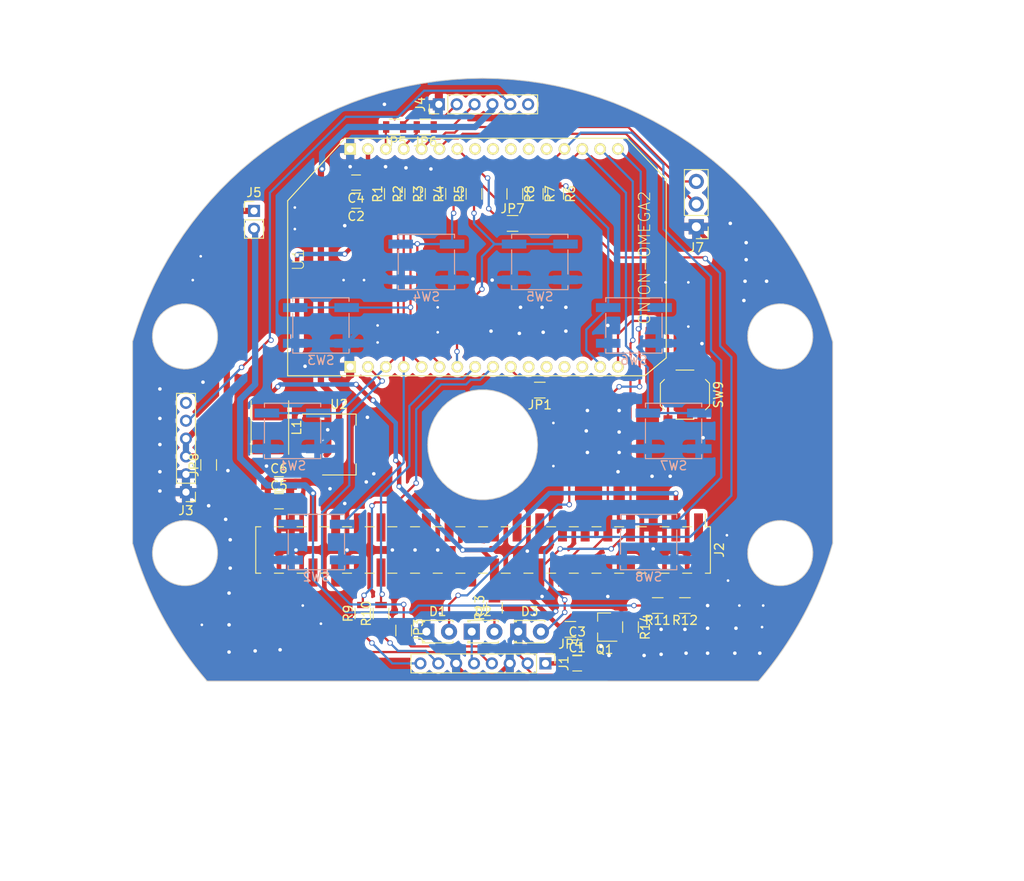
<source format=kicad_pcb>
(kicad_pcb (version 20221018) (generator pcbnew)

  (general
    (thickness 1.6)
  )

  (paper "A4")
  (layers
    (0 "F.Cu" signal)
    (31 "B.Cu" signal)
    (32 "B.Adhes" user "B.Adhesive")
    (33 "F.Adhes" user "F.Adhesive")
    (34 "B.Paste" user)
    (35 "F.Paste" user)
    (36 "B.SilkS" user "B.Silkscreen")
    (37 "F.SilkS" user "F.Silkscreen")
    (38 "B.Mask" user)
    (39 "F.Mask" user)
    (40 "Dwgs.User" user "User.Drawings")
    (41 "Cmts.User" user "User.Comments")
    (42 "Eco1.User" user "User.Eco1")
    (43 "Eco2.User" user "User.Eco2")
    (44 "Edge.Cuts" user)
    (45 "Margin" user)
    (46 "B.CrtYd" user "B.Courtyard")
    (47 "F.CrtYd" user "F.Courtyard")
    (48 "B.Fab" user)
    (49 "F.Fab" user)
  )

  (setup
    (pad_to_mask_clearance 0.2)
    (pcbplotparams
      (layerselection 0x00010c0_ffffffff)
      (plot_on_all_layers_selection 0x0000000_00000000)
      (disableapertmacros false)
      (usegerberextensions true)
      (usegerberattributes true)
      (usegerberadvancedattributes true)
      (creategerberjobfile true)
      (dashed_line_dash_ratio 12.000000)
      (dashed_line_gap_ratio 3.000000)
      (svgprecision 4)
      (plotframeref false)
      (viasonmask false)
      (mode 1)
      (useauxorigin false)
      (hpglpennumber 1)
      (hpglpenspeed 20)
      (hpglpendiameter 15.000000)
      (dxfpolygonmode true)
      (dxfimperialunits true)
      (dxfusepcbnewfont true)
      (psnegative false)
      (psa4output false)
      (plotreference true)
      (plotvalue true)
      (plotinvisibletext false)
      (sketchpadsonfab false)
      (subtractmaskfromsilk false)
      (outputformat 1)
      (mirror false)
      (drillshape 0)
      (scaleselection 1)
      (outputdirectory "GERBER/")
    )
  )

  (net 0 "")
  (net 1 "Net-(C1-Pad1)")
  (net 2 "GNDD")
  (net 3 "/5v")
  (net 4 "Net-(D1-Pad2)")
  (net 5 "Net-(D2-Pad1)")
  (net 6 "Net-(D2-Pad2)")
  (net 7 "Net-(D3-Pad2)")
  (net 8 "Net-(J1-Pad2)")
  (net 9 "Net-(J1-Pad4)")
  (net 10 "Net-(J1-Pad7)")
  (net 11 "Net-(J1-Pad8)")
  (net 12 "/L")
  (net 13 "/D+")
  (net 14 "/D-")
  (net 15 "Net-(J4-Pad6)")
  (net 16 "/BATT")
  (net 17 "/SCL")
  (net 18 "/SDA")
  (net 19 "Net-(J7-Pad2)")
  (net 20 "Net-(JP3-Pad1)")
  (net 21 "Net-(JP7-Pad1)")
  (net 22 "Net-(L1-Pad2)")
  (net 23 "Net-(R1-Pad1)")
  (net 24 "Net-(R2-Pad1)")
  (net 25 "Net-(R3-Pad1)")
  (net 26 "Net-(R4-Pad1)")
  (net 27 "Net-(R5-Pad1)")
  (net 28 "Net-(R6-Pad1)")
  (net 29 "Net-(R7-Pad1)")
  (net 30 "Net-(R8-Pad1)")
  (net 31 "Net-(R9-Pad2)")
  (net 32 "Net-(R10-Pad2)")
  (net 33 "Net-(SW9-Pad2)")
  (net 34 "Net-(JP5-Pad2)")
  (net 35 "Net-(JP6-Pad2)")
  (net 36 "Net-(U1-PadB8)")
  (net 37 "Net-(U1-PadB9)")
  (net 38 "Net-(U1-PadB10)")
  (net 39 "Net-(U1-PadB11)")
  (net 40 "Net-(U1-PadB12)")
  (net 41 "Net-(JP1-Pad2)")
  (net 42 "Net-(U1-PadA11)")
  (net 43 "Net-(U1-PadA12)")
  (net 44 "Net-(U1-PadA13)")
  (net 45 "Net-(U1-PadA14)")
  (net 46 "Net-(J2-Pad2)")
  (net 47 "Net-(J2-Pad6)")
  (net 48 "Net-(J2-Pad8)")
  (net 49 "Net-(J2-Pad10)")
  (net 50 "Net-(J2-Pad11)")
  (net 51 "Net-(J2-Pad12)")
  (net 52 "Net-(J2-Pad13)")
  (net 53 "Net-(J2-Pad15)")
  (net 54 "Net-(J2-Pad17)")
  (net 55 "Net-(J2-Pad19)")
  (net 56 "Net-(J2-Pad21)")
  (net 57 "Net-(J2-Pad22)")
  (net 58 "Net-(J2-Pad23)")
  (net 59 "Net-(J2-Pad24)")
  (net 60 "Net-(J2-Pad25)")
  (net 61 "Net-(J2-Pad26)")
  (net 62 "Net-(J2-Pad27)")
  (net 63 "Net-(J2-Pad28)")
  (net 64 "Net-(J2-Pad30)")
  (net 65 "Net-(J2-Pad32)")
  (net 66 "Net-(J7-Pad3)")
  (net 67 "Net-(J3-Pad3)")
  (net 68 "Net-(J3-Pad6)")
  (net 69 "Net-(J2-Pad1)")
  (net 70 "Net-(J2-Pad29)")
  (net 71 "Net-(J2-Pad31)")
  (net 72 "Net-(J2-Pad33)")
  (net 73 "Net-(J2-Pad34)")
  (net 74 "Net-(J2-Pad36)")
  (net 75 "Net-(J2-Pad38)")
  (net 76 "Net-(J2-Pad40)")
  (net 77 "/A2")
  (net 78 "/3.3v")

  (footprint "Capacitors_SMD:C_0805_HandSoldering" (layer "F.Cu") (at 187.071 91.44))

  (footprint "Capacitors_SMD:C_0805_HandSoldering" (layer "F.Cu") (at 162.306 39.624 180))

  (footprint "Capacitors_SMD:C_0805_HandSoldering" (layer "F.Cu") (at 187.071 89.662))

  (footprint "Capacitors_SMD:C_0805_HandSoldering" (layer "F.Cu") (at 162.306 37.592 180))

  (footprint "Capacitors_SMD:C_0805_HandSoldering" (layer "F.Cu") (at 153.67 73.279))

  (footprint "Capacitors_SMD:C_0805_HandSoldering" (layer "F.Cu") (at 153.67 71.374))

  (footprint "LEDs:LED_D1.8mm_W3.3mm_H2.4mm" (layer "F.Cu") (at 170.18 87.884))

  (footprint "LEDs:LED_D1.8mm_W3.3mm_H2.4mm" (layer "F.Cu") (at 175.26 87.884))

  (footprint "LEDs:LED_D1.8mm_W3.3mm_H2.4mm" (layer "F.Cu") (at 180.467 87.884))

  (footprint "Pin_Headers:Pin_Header_Straight_1x08_Pitch2.00mm" (layer "F.Cu") (at 183.515 91.44 -90))

  (footprint "Pin_Headers:Pin_Header_Straight_1x06_Pitch2.00mm" (layer "F.Cu") (at 143.256 72.263 180))

  (footprint "Pin_Headers:Pin_Header_Straight_1x06_Pitch2.00mm" (layer "F.Cu") (at 171.577 28.829 90))

  (footprint "Pin_Headers:Pin_Header_Straight_1x02_Pitch2.00mm" (layer "F.Cu") (at 150.876 40.767))

  (footprint "Pin_Headers:Pin_Header_Straight_1x03_Pitch2.54mm" (layer "F.Cu") (at 200.406 42.545 180))

  (footprint "Shalnoff:JP_0805" (layer "F.Cu") (at 182.88 60.833 180))

  (footprint "Shalnoff:JP_0805" (layer "F.Cu") (at 167.64 87.757 -90))

  (footprint "Shalnoff:JP_0805" (layer "F.Cu") (at 166.624 31.369 180))

  (footprint "Shalnoff:JP_0805" (layer "F.Cu") (at 170.053 31.369 180))

  (footprint "Shalnoff:JP_0805" (layer "F.Cu") (at 179.832 42.164))

  (footprint "Shalnoff:JP_0805" (layer "F.Cu") (at 145.796 69.215 90))

  (footprint "Inductors_SMD:L_Taiyo-Yuden_NR-40xx_HandSoldering" (layer "F.Cu") (at 152.654 65.024 -90))

  (footprint "Resistors_SMD:R_0805" (layer "F.Cu") (at 166.37 38.862 90))

  (footprint "Resistors_SMD:R_0805" (layer "F.Cu") (at 168.656 38.862 90))

  (footprint "Resistors_SMD:R_0805" (layer "F.Cu") (at 170.942 38.862 90))

  (footprint "Resistors_SMD:R_0805" (layer "F.Cu") (at 173.228 38.862 90))

  (footprint "Resistors_SMD:R_0805" (layer "F.Cu") (at 175.514 38.862 90))

  (footprint "Resistors_SMD:R_0805" (layer "F.Cu") (at 184.658 38.862 -90))

  (footprint "Resistors_SMD:R_0805" (layer "F.Cu") (at 182.372 38.862 -90))

  (footprint "Resistors_SMD:R_0805" (layer "F.Cu") (at 180.086 38.862 -90))

  (footprint "Resistors_SMD:R_0805" (layer "F.Cu") (at 163.068 85.852 90))

  (footprint "Resistors_SMD:R_0805" (layer "F.Cu") (at 165.1 85.852 90))

  (footprint "Resistors_SMD:R_0805" (layer "F.Cu") (at 196.088 84.963 180))

  (footprint "Resistors_SMD:R_0805" (layer "F.Cu") (at 199.136 84.963 180))

  (footprint "Buttons_Switches_SMD:SW_SPST_TL3342" (layer "F.Cu") (at 199.136 61.341 -90))

  (footprint "plan44:ONION-OMEGA" (layer "F.Cu") (at 175.641 46.228 90))

  (footprint "TO_SOT_Packages_SMD:SOT-223" (layer "F.Cu") (at 160.401 66.929))

  (footprint "Pin_Headers:Pin_Header_Straight_2x20_Pitch2.54mm_SMD" (layer "F.Cu") (at 176.53 78.74 -90))

  (footprint "Shalnoff:JP_0805" (layer "F.Cu") (at 186.309 87.63 180))

  (footprint "Shalnoff:im" (layer "F.Cu") (at 209.804 67.056 90))

  (footprint "Shalnoff:VIA-0.6mm" (layer "F.Cu") (at 144.018 48.514))

  (footprint "Resistors_SMD:R_0805" (layer "F.Cu") (at 177.8 85.217 90))

  (footprint "TO_SOT_Packages_SMD:SOT-23" (layer "F.Cu") (at 190.119 87.376 180))

  (footprint "Resistors_SMD:R_0805" (layer "F.Cu") (at 193.04 87.376 -90))

  (footprint "Shalnoff:VIA-0.6mm" (layer "F.Cu") (at 203.962 82.169))

  (footprint "Shalnoff:VIA-0.6mm" (layer "F.Cu") (at 203.835 77.089))

  (footprint "Shalnoff:VIA-0.6mm" (layer "F.Cu") (at 144.907 45.847))

  (footprint "Shalnoff:VIA-0.6mm" (layer "F.Cu") (at 155.448 42.799))

  (footprint "Shalnoff:VIA-0.6mm" (layer "F.Cu") (at 155.448 40.386))

  (footprint "Shalnoff:VIA-0.6mm" (layer "F.Cu") (at 160.909 48.514))

  (footprint "Shalnoff:VIA-0.6mm" (layer "F.Cu") (at 163.195 48.514))

  (footprint "Shalnoff:VIA-0.6mm" (layer "F.Cu") (at 164.719 55.499))

  (footprint "Shalnoff:VIA-0.6mm" (layer "F.Cu") (at 164.719 53.594))

  (footprint "Shalnoff:VIA-0.6mm" (layer "F.Cu") (at 171.45 54.356))

  (footprint "Shalnoff:VIA-0.6mm" (layer "F.Cu") (at 171.45 51.562))

  (footprint "Shalnoff:VIA-0.6mm" (layer "F.Cu") (at 184.404 64.516))

  (footprint "Shalnoff:VIA-0.6mm" (layer "F.Cu") (at 184.404 69.342))

  (footprint "Shalnoff:VIA-0.6mm" (layer "F.Cu") (at 205.232 84.963))

  (footprint "Shalnoff:VIA-0.6mm" (layer "F.Cu") (at 207.899 84.963))

  (footprint "Shalnoff:VIA-0.6mm" (layer "F.Cu")

... [1064307 chars truncated]
</source>
